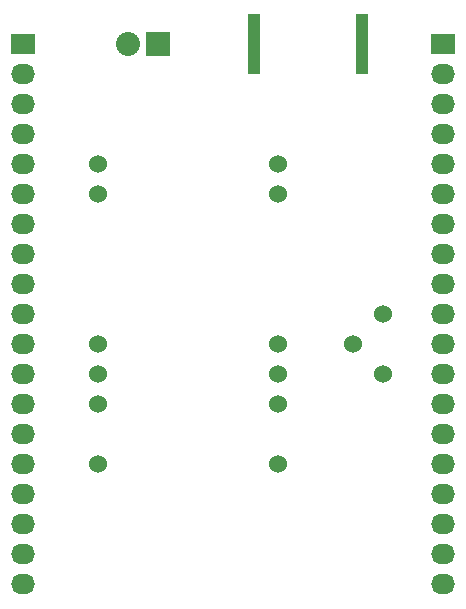
<source format=gbr>
G04 #@! TF.FileFunction,Copper,L2,Bot,Signal*
%FSLAX46Y46*%
G04 Gerber Fmt 4.6, Leading zero omitted, Abs format (unit mm)*
G04 Created by KiCad (PCBNEW 4.0.3+e1-6302~38~ubuntu16.04.1-stable) date Tue Aug 16 13:23:07 2016*
%MOMM*%
%LPD*%
G01*
G04 APERTURE LIST*
%ADD10C,0.100000*%
%ADD11R,2.032000X1.727200*%
%ADD12O,2.032000X1.727200*%
%ADD13R,2.032000X2.032000*%
%ADD14O,2.032000X2.032000*%
%ADD15C,1.524000*%
%ADD16R,1.016000X5.080000*%
G04 APERTURE END LIST*
D10*
D11*
X58420000Y-48260000D03*
D12*
X58420000Y-50800000D03*
X58420000Y-53340000D03*
X58420000Y-55880000D03*
X58420000Y-58420000D03*
X58420000Y-60960000D03*
X58420000Y-63500000D03*
X58420000Y-66040000D03*
X58420000Y-68580000D03*
X58420000Y-71120000D03*
X58420000Y-73660000D03*
X58420000Y-76200000D03*
X58420000Y-78740000D03*
X58420000Y-81280000D03*
X58420000Y-83820000D03*
X58420000Y-86360000D03*
X58420000Y-88900000D03*
X58420000Y-91440000D03*
X58420000Y-93980000D03*
D13*
X69850000Y-48260000D03*
D14*
X67310000Y-48260000D03*
D11*
X93980000Y-48260000D03*
D12*
X93980000Y-50800000D03*
X93980000Y-53340000D03*
X93980000Y-55880000D03*
X93980000Y-58420000D03*
X93980000Y-60960000D03*
X93980000Y-63500000D03*
X93980000Y-66040000D03*
X93980000Y-68580000D03*
X93980000Y-71120000D03*
X93980000Y-73660000D03*
X93980000Y-76200000D03*
X93980000Y-78740000D03*
X93980000Y-81280000D03*
X93980000Y-83820000D03*
X93980000Y-86360000D03*
X93980000Y-88900000D03*
X93980000Y-91440000D03*
X93980000Y-93980000D03*
D15*
X86360000Y-73660000D03*
X88900000Y-71120000D03*
X88900000Y-76200000D03*
X64770000Y-58420000D03*
X64770000Y-60960000D03*
X64770000Y-73660000D03*
X64770000Y-76200000D03*
X64770000Y-78740000D03*
X64770000Y-83820000D03*
X80010000Y-83820000D03*
X80010000Y-78740000D03*
X80010000Y-76200000D03*
X80010000Y-73660000D03*
X80010000Y-60960000D03*
X80010000Y-58420000D03*
D16*
X87122000Y-48260000D03*
X77978000Y-48260000D03*
M02*

</source>
